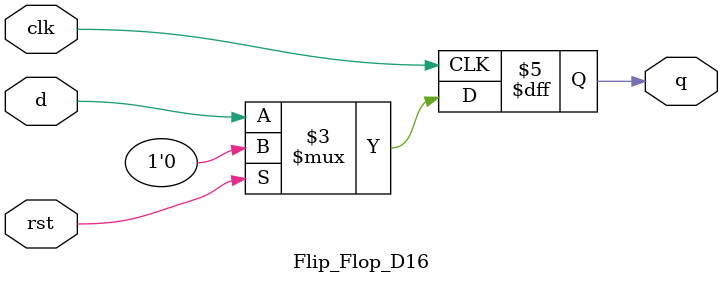
<source format=v>
`timescale 1ns / 1ps
module Flip_Flop_D16(
    input clk,
    input d,
    input rst,
    output reg q
    );

	 always @(posedge clk)
	 if (rst) 
	 q <= 0;
	 else
	 q <= d;


endmodule

</source>
